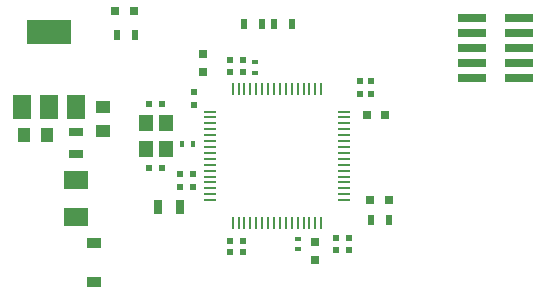
<source format=gbr>
G04 #@! TF.GenerationSoftware,KiCad,Pcbnew,(5.0.1-3-g963ef8bb5)*
G04 #@! TF.CreationDate,2020-12-22T09:25:36-05:00*
G04 #@! TF.ProjectId,STM32F4_Breakout,53544D333246345F427265616B6F7574,rev?*
G04 #@! TF.SameCoordinates,Original*
G04 #@! TF.FileFunction,Paste,Top*
G04 #@! TF.FilePolarity,Positive*
%FSLAX46Y46*%
G04 Gerber Fmt 4.6, Leading zero omitted, Abs format (unit mm)*
G04 Created by KiCad (PCBNEW (5.0.1-3-g963ef8bb5)) date Tuesday, December 22, 2020 at 09:25:36 am*
%MOMM*%
%LPD*%
G01*
G04 APERTURE LIST*
%ADD10R,2.400000X0.740000*%
%ADD11R,1.250000X1.000000*%
%ADD12R,1.000000X1.250000*%
%ADD13R,0.500000X0.600000*%
%ADD14R,0.600000X0.500000*%
%ADD15R,0.800000X0.750000*%
%ADD16R,1.200000X0.900000*%
%ADD17R,0.800000X0.800000*%
%ADD18R,2.030000X1.650000*%
%ADD19R,1.300000X0.700000*%
%ADD20R,0.700000X1.300000*%
%ADD21R,1.200000X1.400000*%
%ADD22R,0.500000X0.900000*%
%ADD23R,0.400000X0.600000*%
%ADD24R,0.600000X0.400000*%
%ADD25R,1.500000X2.000000*%
%ADD26R,3.800000X2.000000*%
%ADD27R,0.250000X1.000000*%
%ADD28R,1.000000X0.250000*%
%ADD29R,0.750000X0.800000*%
G04 APERTURE END LIST*
D10*
G04 #@! TO.C,J4*
X87450000Y-65440000D03*
X83550000Y-65440000D03*
X87450000Y-64170000D03*
X83550000Y-64170000D03*
X87450000Y-62900000D03*
X83550000Y-62900000D03*
X87450000Y-61630000D03*
X83550000Y-61630000D03*
X87450000Y-60360000D03*
X83550000Y-60360000D03*
G04 #@! TD*
D11*
G04 #@! TO.C,C1*
X52300000Y-67900000D03*
X52300000Y-69900000D03*
G04 #@! TD*
D12*
G04 #@! TO.C,C2*
X45550000Y-70200000D03*
X47550000Y-70200000D03*
G04 #@! TD*
D13*
G04 #@! TO.C,C4*
X60000000Y-66600000D03*
X60000000Y-67700000D03*
G04 #@! TD*
D14*
G04 #@! TO.C,C5*
X64100000Y-79175000D03*
X63000000Y-79175000D03*
G04 #@! TD*
G04 #@! TO.C,C6*
X63000000Y-80175000D03*
X64100000Y-80175000D03*
G04 #@! TD*
G04 #@! TO.C,C7*
X72020719Y-79971942D03*
X73120719Y-79971942D03*
G04 #@! TD*
G04 #@! TO.C,C8*
X73120719Y-78971942D03*
X72020719Y-78971942D03*
G04 #@! TD*
D13*
G04 #@! TO.C,C9*
X75000000Y-66800000D03*
X75000000Y-65700000D03*
G04 #@! TD*
G04 #@! TO.C,C10*
X74000000Y-65700000D03*
X74000000Y-66800000D03*
G04 #@! TD*
D14*
G04 #@! TO.C,C11*
X63000000Y-64900000D03*
X64100000Y-64900000D03*
G04 #@! TD*
G04 #@! TO.C,C12*
X64100000Y-63900000D03*
X63000000Y-63900000D03*
G04 #@! TD*
G04 #@! TO.C,C13*
X56200000Y-67600000D03*
X57300000Y-67600000D03*
G04 #@! TD*
G04 #@! TO.C,C14*
X57300000Y-73000000D03*
X56200000Y-73000000D03*
G04 #@! TD*
D13*
G04 #@! TO.C,C15*
X58800000Y-73500000D03*
X58800000Y-74600000D03*
G04 #@! TD*
G04 #@! TO.C,C16*
X59900000Y-73500000D03*
X59900000Y-74600000D03*
G04 #@! TD*
D15*
G04 #@! TO.C,C18*
X74650000Y-68550000D03*
X76150000Y-68550000D03*
G04 #@! TD*
D16*
G04 #@! TO.C,D1*
X51500000Y-82650000D03*
X51500000Y-79350000D03*
G04 #@! TD*
D17*
G04 #@! TO.C,D2*
X54927000Y-59750000D03*
X53327000Y-59750000D03*
G04 #@! TD*
G04 #@! TO.C,D3*
X74850000Y-75750000D03*
X76450000Y-75750000D03*
G04 #@! TD*
D18*
G04 #@! TO.C,F1*
X50000000Y-74020000D03*
X50000000Y-77180000D03*
G04 #@! TD*
D19*
G04 #@! TO.C,FB1*
X50000000Y-71850000D03*
X50000000Y-69950000D03*
G04 #@! TD*
D20*
G04 #@! TO.C,FB2*
X58800000Y-76300000D03*
X56900000Y-76300000D03*
G04 #@! TD*
D21*
G04 #@! TO.C,HSE1*
X57600000Y-69200000D03*
X57600000Y-71400000D03*
X55900000Y-71400000D03*
X55900000Y-69200000D03*
G04 #@! TD*
D22*
G04 #@! TO.C,R1*
X54950000Y-61782000D03*
X53450000Y-61782000D03*
G04 #@! TD*
D23*
G04 #@! TO.C,R2*
X59000000Y-71000000D03*
X59900000Y-71000000D03*
G04 #@! TD*
D22*
G04 #@! TO.C,R3*
X64200000Y-60850000D03*
X65700000Y-60850000D03*
G04 #@! TD*
G04 #@! TO.C,R4*
X66750000Y-60850000D03*
X68250000Y-60850000D03*
G04 #@! TD*
D24*
G04 #@! TO.C,R5*
X65100000Y-64950000D03*
X65100000Y-64050000D03*
G04 #@! TD*
G04 #@! TO.C,R6*
X68750000Y-79900000D03*
X68750000Y-79000000D03*
G04 #@! TD*
D22*
G04 #@! TO.C,R7*
X74950000Y-77400000D03*
X76450000Y-77400000D03*
G04 #@! TD*
D25*
G04 #@! TO.C,U1*
X45400000Y-67850000D03*
X50000000Y-67850000D03*
X47700000Y-67850000D03*
D26*
X47700000Y-61550000D03*
G04 #@! TD*
D27*
G04 #@! TO.C,U2*
X63250000Y-66300000D03*
X63750000Y-66300000D03*
X64250000Y-66300000D03*
X64750000Y-66300000D03*
X65250000Y-66300000D03*
X65750000Y-66300000D03*
X66250000Y-66300000D03*
X66750000Y-66300000D03*
X67250000Y-66300000D03*
X67750000Y-66300000D03*
X68250000Y-66300000D03*
X68750000Y-66300000D03*
X69250000Y-66300000D03*
X69750000Y-66300000D03*
X70250000Y-66300000D03*
X70750000Y-66300000D03*
D28*
X72700000Y-68250000D03*
X72700000Y-68750000D03*
X72700000Y-69250000D03*
X72700000Y-69750000D03*
X72700000Y-70250000D03*
X72700000Y-70750000D03*
X72700000Y-71250000D03*
X72700000Y-71750000D03*
X72700000Y-72250000D03*
X72700000Y-72750000D03*
X72700000Y-73250000D03*
X72700000Y-73750000D03*
X72700000Y-74250000D03*
X72700000Y-74750000D03*
X72700000Y-75250000D03*
X72700000Y-75750000D03*
D27*
X70750000Y-77700000D03*
X70250000Y-77700000D03*
X69750000Y-77700000D03*
X69250000Y-77700000D03*
X68750000Y-77700000D03*
X68250000Y-77700000D03*
X67750000Y-77700000D03*
X67250000Y-77700000D03*
X66750000Y-77700000D03*
X66250000Y-77700000D03*
X65750000Y-77700000D03*
X65250000Y-77700000D03*
X64750000Y-77700000D03*
X64250000Y-77700000D03*
X63750000Y-77700000D03*
X63250000Y-77700000D03*
D28*
X61300000Y-75750000D03*
X61300000Y-75250000D03*
X61300000Y-74750000D03*
X61300000Y-74250000D03*
X61300000Y-73750000D03*
X61300000Y-73250000D03*
X61300000Y-72750000D03*
X61300000Y-72250000D03*
X61300000Y-71750000D03*
X61300000Y-71250000D03*
X61300000Y-70750000D03*
X61300000Y-70250000D03*
X61300000Y-69750000D03*
X61300000Y-69250000D03*
X61300000Y-68750000D03*
X61300000Y-68250000D03*
G04 #@! TD*
D29*
G04 #@! TO.C,C17*
X70250000Y-79300000D03*
X70250000Y-80800000D03*
G04 #@! TD*
G04 #@! TO.C,C3*
X60750000Y-64900000D03*
X60750000Y-63400000D03*
G04 #@! TD*
M02*

</source>
